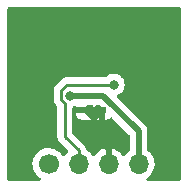
<source format=gbr>
%TF.GenerationSoftware,KiCad,Pcbnew,6.0.11-2627ca5db0~126~ubuntu20.04.1*%
%TF.CreationDate,2023-11-05T14:24:41-05:00*%
%TF.ProjectId,tps63001-slim,74707336-3330-4303-912d-736c696d2e6b,rev?*%
%TF.SameCoordinates,Original*%
%TF.FileFunction,Copper,L2,Bot*%
%TF.FilePolarity,Positive*%
%FSLAX46Y46*%
G04 Gerber Fmt 4.6, Leading zero omitted, Abs format (unit mm)*
G04 Created by KiCad (PCBNEW 6.0.11-2627ca5db0~126~ubuntu20.04.1) date 2023-11-05 14:24:41*
%MOMM*%
%LPD*%
G01*
G04 APERTURE LIST*
%TA.AperFunction,ComponentPad*%
%ADD10C,0.600000*%
%TD*%
%TA.AperFunction,SMDPad,CuDef*%
%ADD11R,2.000000X0.600000*%
%TD*%
%TA.AperFunction,ComponentPad*%
%ADD12C,1.700000*%
%TD*%
%TA.AperFunction,ComponentPad*%
%ADD13O,1.700000X1.700000*%
%TD*%
%TA.AperFunction,ViaPad*%
%ADD14C,0.800000*%
%TD*%
%TA.AperFunction,Conductor*%
%ADD15C,0.250000*%
%TD*%
%TA.AperFunction,Conductor*%
%ADD16C,0.500000*%
%TD*%
G04 APERTURE END LIST*
D10*
%TO.P,U1,11,PGND*%
%TO.N,Earth*%
X108550000Y-109220000D03*
X107150000Y-109220000D03*
D11*
X107850000Y-109220000D03*
%TD*%
D12*
%TO.P,J1,1,Pin_1*%
%TO.N,Net-(J1-Pad1)*%
X103987000Y-113800000D03*
D13*
%TO.P,J1,2,Pin_2*%
%TO.N,Net-(C4-Pad1)*%
X106527000Y-113800000D03*
%TO.P,J1,3,Pin_3*%
%TO.N,Earth*%
X109067000Y-113800000D03*
%TO.P,J1,4,Pin_4*%
%TO.N,Net-(C1-Pad1)*%
X111607000Y-113800000D03*
%TD*%
D14*
%TO.N,Net-(C1-Pad1)*%
X105800000Y-108044600D03*
%TO.N,Earth*%
X114808000Y-101092000D03*
X101092000Y-114808000D03*
X101092000Y-101092000D03*
X114808000Y-114808000D03*
%TO.N,Net-(C4-Pad1)*%
X109511600Y-107059400D03*
%TD*%
D15*
%TO.N,Net-(C4-Pad1)*%
X106527000Y-113800000D02*
X106527000Y-112624700D01*
X106527000Y-112624700D02*
X105376400Y-111474100D01*
X105376400Y-111474100D02*
X105376400Y-108646305D01*
X105075000Y-107539824D02*
X105555424Y-107059400D01*
X105376400Y-108646305D02*
X105075000Y-108344905D01*
X105075000Y-108344905D02*
X105075000Y-107539824D01*
X105555424Y-107059400D02*
X109511600Y-107059400D01*
D16*
%TO.N,Net-(C1-Pad1)*%
X111607000Y-113800000D02*
X111607000Y-111019000D01*
X111607000Y-111019000D02*
X108632600Y-108044600D01*
X108632600Y-108044600D02*
X106104000Y-108044600D01*
%TO.N,Earth*%
X109067000Y-113800000D02*
X109067000Y-112499700D01*
X108550000Y-111982700D02*
X109067000Y-112499700D01*
X108550000Y-109220000D02*
X108550000Y-111982700D01*
X107850000Y-109220000D02*
X108550000Y-109220000D01*
%TD*%
%TA.AperFunction,Conductor*%
%TO.N,Earth*%
G36*
X115133621Y-100528502D02*
G01*
X115180114Y-100582158D01*
X115191500Y-100634500D01*
X115191500Y-115065500D01*
X115171498Y-115133621D01*
X115117842Y-115180114D01*
X115065500Y-115191500D01*
X112389343Y-115191500D01*
X112321222Y-115171498D01*
X112274729Y-115117842D01*
X112264625Y-115047568D01*
X112294119Y-114982988D01*
X112316175Y-114962921D01*
X112482656Y-114844172D01*
X112482659Y-114844170D01*
X112486860Y-114841173D01*
X112645096Y-114683489D01*
X112704594Y-114600689D01*
X112772435Y-114506277D01*
X112775453Y-114502077D01*
X112788995Y-114474678D01*
X112872136Y-114306453D01*
X112872137Y-114306451D01*
X112874430Y-114301811D01*
X112939370Y-114088069D01*
X112968529Y-113866590D01*
X112970156Y-113800000D01*
X112951852Y-113577361D01*
X112897431Y-113360702D01*
X112808354Y-113155840D01*
X112687014Y-112968277D01*
X112536670Y-112803051D01*
X112532615Y-112799848D01*
X112413407Y-112705703D01*
X112372345Y-112647785D01*
X112365500Y-112606821D01*
X112365500Y-111086070D01*
X112366933Y-111067120D01*
X112369099Y-111052885D01*
X112369099Y-111052881D01*
X112370199Y-111045651D01*
X112365915Y-110992982D01*
X112365500Y-110982767D01*
X112365500Y-110974707D01*
X112362209Y-110946480D01*
X112361778Y-110942121D01*
X112356453Y-110876660D01*
X112355860Y-110869364D01*
X112353605Y-110862403D01*
X112352418Y-110856463D01*
X112351029Y-110850588D01*
X112350182Y-110843319D01*
X112325264Y-110774670D01*
X112323847Y-110770542D01*
X112303607Y-110708064D01*
X112303606Y-110708062D01*
X112301351Y-110701101D01*
X112297555Y-110694846D01*
X112295049Y-110689372D01*
X112292330Y-110683942D01*
X112289833Y-110677063D01*
X112249814Y-110616024D01*
X112247467Y-110612305D01*
X112209595Y-110549893D01*
X112202197Y-110541516D01*
X112202224Y-110541492D01*
X112199571Y-110538500D01*
X112196868Y-110535267D01*
X112192856Y-110529148D01*
X112136617Y-110475872D01*
X112134175Y-110473494D01*
X109781668Y-108120987D01*
X109747642Y-108058675D01*
X109752707Y-107987860D01*
X109795254Y-107931024D01*
X109819514Y-107916785D01*
X109962322Y-107853203D01*
X109962324Y-107853202D01*
X109968352Y-107850518D01*
X110122853Y-107738266D01*
X110250640Y-107596344D01*
X110308914Y-107495410D01*
X110342823Y-107436679D01*
X110342824Y-107436678D01*
X110346127Y-107430956D01*
X110405142Y-107249328D01*
X110408009Y-107222056D01*
X110424414Y-107065965D01*
X110425104Y-107059400D01*
X110405142Y-106869472D01*
X110346127Y-106687844D01*
X110250640Y-106522456D01*
X110234482Y-106504510D01*
X110127275Y-106385445D01*
X110127274Y-106385444D01*
X110122853Y-106380534D01*
X109968352Y-106268282D01*
X109962324Y-106265598D01*
X109962322Y-106265597D01*
X109799919Y-106193291D01*
X109799918Y-106193291D01*
X109793888Y-106190606D01*
X109700487Y-106170753D01*
X109613544Y-106152272D01*
X109613539Y-106152272D01*
X109607087Y-106150900D01*
X109416113Y-106150900D01*
X109409661Y-106152272D01*
X109409656Y-106152272D01*
X109322712Y-106170753D01*
X109229312Y-106190606D01*
X109223282Y-106193291D01*
X109223281Y-106193291D01*
X109060878Y-106265597D01*
X109060876Y-106265598D01*
X109054848Y-106268282D01*
X108900347Y-106380534D01*
X108895932Y-106385437D01*
X108891020Y-106389860D01*
X108889895Y-106388611D01*
X108836586Y-106421451D01*
X108803400Y-106425900D01*
X105634191Y-106425900D01*
X105623008Y-106425373D01*
X105615515Y-106423698D01*
X105607589Y-106423947D01*
X105607588Y-106423947D01*
X105547438Y-106425838D01*
X105543479Y-106425900D01*
X105515568Y-106425900D01*
X105511634Y-106426397D01*
X105511633Y-106426397D01*
X105511568Y-106426405D01*
X105499731Y-106427338D01*
X105467914Y-106428338D01*
X105463453Y-106428478D01*
X105455534Y-106428727D01*
X105437878Y-106433856D01*
X105436082Y-106434378D01*
X105416730Y-106438386D01*
X105409659Y-106439280D01*
X105396627Y-106440926D01*
X105389258Y-106443843D01*
X105389256Y-106443844D01*
X105355521Y-106457200D01*
X105344293Y-106461045D01*
X105301831Y-106473382D01*
X105295008Y-106477417D01*
X105295006Y-106477418D01*
X105284396Y-106483693D01*
X105266648Y-106492388D01*
X105247807Y-106499848D01*
X105241391Y-106504510D01*
X105241390Y-106504510D01*
X105212037Y-106525836D01*
X105202117Y-106532352D01*
X105170889Y-106550820D01*
X105170886Y-106550822D01*
X105164062Y-106554858D01*
X105149741Y-106569179D01*
X105134708Y-106582019D01*
X105118317Y-106593928D01*
X105091940Y-106625813D01*
X105090136Y-106627993D01*
X105082146Y-106636774D01*
X104682742Y-107036177D01*
X104674463Y-107043711D01*
X104667982Y-107047824D01*
X104650947Y-107065965D01*
X104621357Y-107097475D01*
X104618602Y-107100317D01*
X104598865Y-107120054D01*
X104596385Y-107123251D01*
X104588682Y-107132271D01*
X104558414Y-107164503D01*
X104554595Y-107171449D01*
X104554593Y-107171452D01*
X104548652Y-107182258D01*
X104537801Y-107198777D01*
X104525386Y-107214783D01*
X104522241Y-107222052D01*
X104522238Y-107222056D01*
X104507826Y-107255361D01*
X104502609Y-107266011D01*
X104481305Y-107304764D01*
X104479334Y-107312439D01*
X104479334Y-107312440D01*
X104476267Y-107324386D01*
X104469863Y-107343090D01*
X104461819Y-107361679D01*
X104460580Y-107369502D01*
X104460577Y-107369512D01*
X104454901Y-107405348D01*
X104452495Y-107416968D01*
X104443472Y-107452113D01*
X104441500Y-107459794D01*
X104441500Y-107480048D01*
X104439949Y-107499758D01*
X104436780Y-107519767D01*
X104437526Y-107527659D01*
X104440941Y-107563785D01*
X104441500Y-107575643D01*
X104441500Y-108266138D01*
X104440973Y-108277321D01*
X104439298Y-108284814D01*
X104439547Y-108292740D01*
X104439547Y-108292741D01*
X104441438Y-108352891D01*
X104441500Y-108356850D01*
X104441500Y-108384761D01*
X104441997Y-108388695D01*
X104441997Y-108388696D01*
X104442005Y-108388761D01*
X104442938Y-108400598D01*
X104444327Y-108444794D01*
X104449978Y-108464244D01*
X104453987Y-108483605D01*
X104456526Y-108503702D01*
X104459445Y-108511073D01*
X104459445Y-108511075D01*
X104472804Y-108544817D01*
X104476649Y-108556047D01*
X104488982Y-108598498D01*
X104493015Y-108605317D01*
X104493017Y-108605322D01*
X104499293Y-108615933D01*
X104507988Y-108633681D01*
X104515448Y-108652522D01*
X104520110Y-108658938D01*
X104520110Y-108658939D01*
X104541436Y-108688292D01*
X104547952Y-108698212D01*
X104570458Y-108736267D01*
X104576064Y-108741874D01*
X104584780Y-108750590D01*
X104597620Y-108765623D01*
X104609528Y-108782012D01*
X104615635Y-108787064D01*
X104643598Y-108810197D01*
X104652378Y-108818187D01*
X104705995Y-108871804D01*
X104740021Y-108934116D01*
X104742900Y-108960899D01*
X104742900Y-111395333D01*
X104742373Y-111406516D01*
X104740698Y-111414009D01*
X104740947Y-111421935D01*
X104740947Y-111421936D01*
X104742838Y-111482086D01*
X104742900Y-111486045D01*
X104742900Y-111513956D01*
X104743397Y-111517890D01*
X104743397Y-111517891D01*
X104743405Y-111517956D01*
X104744338Y-111529793D01*
X104745727Y-111573989D01*
X104751378Y-111593439D01*
X104755387Y-111612800D01*
X104757926Y-111632897D01*
X104760845Y-111640268D01*
X104760845Y-111640270D01*
X104774204Y-111674012D01*
X104778049Y-111685242D01*
X104790382Y-111727693D01*
X104794415Y-111734512D01*
X104794417Y-111734517D01*
X104800693Y-111745128D01*
X104809388Y-111762876D01*
X104816848Y-111781717D01*
X104821510Y-111788133D01*
X104821510Y-111788134D01*
X104842836Y-111817487D01*
X104849352Y-111827407D01*
X104871858Y-111865462D01*
X104886179Y-111879783D01*
X104899019Y-111894816D01*
X104910928Y-111911207D01*
X104917032Y-111916257D01*
X104917037Y-111916262D01*
X104944998Y-111939393D01*
X104953778Y-111947383D01*
X105615528Y-112609133D01*
X105649554Y-112671445D01*
X105644489Y-112742260D01*
X105617527Y-112785279D01*
X105467629Y-112942138D01*
X105360201Y-113099621D01*
X105305293Y-113144621D01*
X105234768Y-113152792D01*
X105171021Y-113121538D01*
X105150324Y-113097054D01*
X105069822Y-112972617D01*
X105069820Y-112972614D01*
X105067014Y-112968277D01*
X104916670Y-112803051D01*
X104912619Y-112799852D01*
X104912615Y-112799848D01*
X104745414Y-112667800D01*
X104745410Y-112667798D01*
X104741359Y-112664598D01*
X104736831Y-112662098D01*
X104640884Y-112609133D01*
X104545789Y-112556638D01*
X104540920Y-112554914D01*
X104540916Y-112554912D01*
X104340087Y-112483795D01*
X104340083Y-112483794D01*
X104335212Y-112482069D01*
X104330119Y-112481162D01*
X104330116Y-112481161D01*
X104120373Y-112443800D01*
X104120367Y-112443799D01*
X104115284Y-112442894D01*
X104041452Y-112441992D01*
X103897081Y-112440228D01*
X103897079Y-112440228D01*
X103891911Y-112440165D01*
X103671091Y-112473955D01*
X103458756Y-112543357D01*
X103398086Y-112574940D01*
X103354017Y-112597881D01*
X103260607Y-112646507D01*
X103256474Y-112649610D01*
X103256471Y-112649612D01*
X103086100Y-112777530D01*
X103081965Y-112780635D01*
X102927629Y-112942138D01*
X102801743Y-113126680D01*
X102707688Y-113329305D01*
X102647989Y-113544570D01*
X102624251Y-113766695D01*
X102624548Y-113771848D01*
X102624548Y-113771851D01*
X102630011Y-113866590D01*
X102637110Y-113989715D01*
X102638247Y-113994761D01*
X102638248Y-113994767D01*
X102649031Y-114042614D01*
X102686222Y-114207639D01*
X102770266Y-114414616D01*
X102821019Y-114497438D01*
X102884291Y-114600688D01*
X102886987Y-114605088D01*
X103033250Y-114773938D01*
X103205126Y-114916632D01*
X103273715Y-114956712D01*
X103322439Y-115008350D01*
X103335510Y-115078133D01*
X103308779Y-115143905D01*
X103250732Y-115184784D01*
X103210145Y-115191500D01*
X100634500Y-115191500D01*
X100566379Y-115171498D01*
X100519886Y-115117842D01*
X100508500Y-115065500D01*
X100508500Y-100634500D01*
X100528502Y-100566379D01*
X100582158Y-100519886D01*
X100634500Y-100508500D01*
X115065500Y-100508500D01*
X115133621Y-100528502D01*
G37*
%TD.AperFunction*%
%TA.AperFunction,Conductor*%
G36*
X107713735Y-108823102D02*
G01*
X107760228Y-108876758D01*
X107770332Y-108947032D01*
X107767565Y-108955344D01*
X107768068Y-108962365D01*
X107777815Y-108966000D01*
X107918675Y-108966000D01*
X107932205Y-108962027D01*
X107933822Y-108950779D01*
X107928126Y-108911172D01*
X107957617Y-108846590D01*
X108017343Y-108808205D01*
X108052844Y-108803100D01*
X108266229Y-108803100D01*
X108334350Y-108823102D01*
X108355324Y-108840005D01*
X108733169Y-109217850D01*
X108767195Y-109280162D01*
X108762130Y-109350977D01*
X108733169Y-109396040D01*
X108550000Y-109579209D01*
X108187680Y-109941530D01*
X108125368Y-109975556D01*
X108107637Y-109978105D01*
X108104000Y-109987857D01*
X108104000Y-110009884D01*
X108108475Y-110025123D01*
X108109865Y-110026328D01*
X108117548Y-110027999D01*
X108487611Y-110027999D01*
X108504276Y-110029106D01*
X108525991Y-110032004D01*
X108539986Y-110032297D01*
X108581503Y-110028518D01*
X108592923Y-110027999D01*
X108894669Y-110027999D01*
X108901490Y-110027629D01*
X108952352Y-110022105D01*
X108967604Y-110018479D01*
X109088054Y-109973324D01*
X109103649Y-109964786D01*
X109205724Y-109888285D01*
X109215569Y-109878440D01*
X109277881Y-109844414D01*
X109348696Y-109849479D01*
X109393759Y-109878440D01*
X110811595Y-111296276D01*
X110845621Y-111358588D01*
X110848500Y-111385371D01*
X110848500Y-112607655D01*
X110828498Y-112675776D01*
X110798153Y-112708415D01*
X110706100Y-112777530D01*
X110701965Y-112780635D01*
X110547629Y-112942138D01*
X110440204Y-113099618D01*
X110439898Y-113100066D01*
X110384987Y-113145069D01*
X110314462Y-113153240D01*
X110250715Y-113121986D01*
X110230018Y-113097502D01*
X110149426Y-112972926D01*
X110143136Y-112964757D01*
X109999806Y-112807240D01*
X109992273Y-112800215D01*
X109825139Y-112668222D01*
X109816552Y-112662517D01*
X109630117Y-112559599D01*
X109620705Y-112555369D01*
X109419959Y-112484280D01*
X109409988Y-112481646D01*
X109338837Y-112468972D01*
X109325540Y-112470432D01*
X109321000Y-112484989D01*
X109321000Y-113928000D01*
X109300998Y-113996121D01*
X109247342Y-114042614D01*
X109195000Y-114054000D01*
X108939000Y-114054000D01*
X108870879Y-114033998D01*
X108824386Y-113980342D01*
X108813000Y-113928000D01*
X108813000Y-112483102D01*
X108809082Y-112469758D01*
X108794806Y-112467771D01*
X108756324Y-112473660D01*
X108746288Y-112476051D01*
X108543868Y-112542212D01*
X108534359Y-112546209D01*
X108345463Y-112644542D01*
X108336738Y-112650036D01*
X108166433Y-112777905D01*
X108158726Y-112784748D01*
X108011590Y-112938717D01*
X108005109Y-112946722D01*
X107900498Y-113100074D01*
X107845587Y-113145076D01*
X107775062Y-113153247D01*
X107711315Y-113121993D01*
X107690618Y-113097509D01*
X107609822Y-112972617D01*
X107609820Y-112972614D01*
X107607014Y-112968277D01*
X107456670Y-112803051D01*
X107452619Y-112799852D01*
X107452615Y-112799848D01*
X107285414Y-112667800D01*
X107285410Y-112667798D01*
X107281359Y-112664598D01*
X107276835Y-112662101D01*
X107276831Y-112662098D01*
X107222753Y-112632246D01*
X107172781Y-112581814D01*
X107161562Y-112540184D01*
X107159163Y-112540564D01*
X107157922Y-112532730D01*
X107157673Y-112524810D01*
X107152022Y-112505358D01*
X107148014Y-112486006D01*
X107146467Y-112473763D01*
X107145474Y-112465903D01*
X107136723Y-112443800D01*
X107129200Y-112424797D01*
X107125355Y-112413570D01*
X107124721Y-112411387D01*
X107113018Y-112371107D01*
X107102707Y-112353672D01*
X107094012Y-112335924D01*
X107086552Y-112317083D01*
X107060564Y-112281313D01*
X107054048Y-112271393D01*
X107035580Y-112240165D01*
X107035578Y-112240162D01*
X107031542Y-112233338D01*
X107017221Y-112219017D01*
X107004380Y-112203983D01*
X106997131Y-112194006D01*
X106992472Y-112187593D01*
X106986368Y-112182543D01*
X106986363Y-112182538D01*
X106958402Y-112159407D01*
X106949621Y-112151417D01*
X106046804Y-111248599D01*
X106012779Y-111186287D01*
X106009900Y-111159504D01*
X106009900Y-109564669D01*
X106342001Y-109564669D01*
X106342371Y-109571490D01*
X106347895Y-109622352D01*
X106351521Y-109637604D01*
X106396676Y-109758054D01*
X106405214Y-109773649D01*
X106481715Y-109875724D01*
X106494276Y-109888285D01*
X106596351Y-109964786D01*
X106611946Y-109973324D01*
X106732394Y-110018478D01*
X106747649Y-110022105D01*
X106798514Y-110027631D01*
X106805328Y-110028000D01*
X107087618Y-110028000D01*
X107104283Y-110029107D01*
X107125991Y-110032004D01*
X107139986Y-110032297D01*
X107181494Y-110028519D01*
X107192914Y-110028000D01*
X107577885Y-110028000D01*
X107593124Y-110023525D01*
X107594329Y-110022135D01*
X107596000Y-110014452D01*
X107596000Y-109991368D01*
X107592027Y-109977838D01*
X107582850Y-109976519D01*
X107518269Y-109947026D01*
X107511685Y-109940896D01*
X107057601Y-109486811D01*
X107034139Y-109474000D01*
X106360116Y-109474000D01*
X106344877Y-109478475D01*
X106343672Y-109479865D01*
X106342001Y-109487548D01*
X106342001Y-109564669D01*
X106009900Y-109564669D01*
X106009900Y-109288674D01*
X108104000Y-109288674D01*
X108107237Y-109299699D01*
X108114328Y-109296461D01*
X108177982Y-109232808D01*
X108185592Y-109218870D01*
X108185461Y-109217034D01*
X108181211Y-109210421D01*
X108116808Y-109146019D01*
X108106724Y-109140513D01*
X108104000Y-109147817D01*
X108104000Y-109288674D01*
X106009900Y-109288674D01*
X106009900Y-109027449D01*
X106029902Y-108959328D01*
X106084651Y-108912342D01*
X106171447Y-108873698D01*
X106241814Y-108864264D01*
X106306111Y-108894370D01*
X106343592Y-108953307D01*
X106346474Y-108963124D01*
X106347865Y-108964329D01*
X106355548Y-108966000D01*
X107026675Y-108966000D01*
X107052320Y-108958470D01*
X107150000Y-108860790D01*
X107150002Y-108860789D01*
X107170786Y-108840005D01*
X107233098Y-108805979D01*
X107259881Y-108803100D01*
X107645614Y-108803100D01*
X107713735Y-108823102D01*
G37*
%TD.AperFunction*%
%TD*%
M02*

</source>
